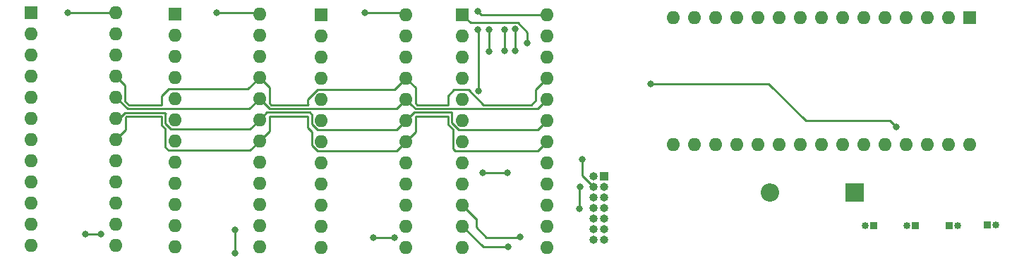
<source format=gbr>
%TF.GenerationSoftware,KiCad,Pcbnew,7.0.1-0*%
%TF.CreationDate,2023-12-21T15:42:21+00:00*%
%TF.ProjectId,orb,6f72622e-6b69-4636-9164-5f7063625858,rev?*%
%TF.SameCoordinates,Original*%
%TF.FileFunction,Copper,L1,Top*%
%TF.FilePolarity,Positive*%
%FSLAX46Y46*%
G04 Gerber Fmt 4.6, Leading zero omitted, Abs format (unit mm)*
G04 Created by KiCad (PCBNEW 7.0.1-0) date 2023-12-21 15:42:21*
%MOMM*%
%LPD*%
G01*
G04 APERTURE LIST*
%TA.AperFunction,ComponentPad*%
%ADD10R,2.200000X2.200000*%
%TD*%
%TA.AperFunction,ComponentPad*%
%ADD11O,2.200000X2.200000*%
%TD*%
%TA.AperFunction,ComponentPad*%
%ADD12R,1.600000X1.600000*%
%TD*%
%TA.AperFunction,ComponentPad*%
%ADD13O,1.600000X1.600000*%
%TD*%
%TA.AperFunction,ComponentPad*%
%ADD14R,0.850000X0.850000*%
%TD*%
%TA.AperFunction,ComponentPad*%
%ADD15O,0.850000X0.850000*%
%TD*%
%TA.AperFunction,ComponentPad*%
%ADD16R,1.000000X1.000000*%
%TD*%
%TA.AperFunction,ComponentPad*%
%ADD17O,1.000000X1.000000*%
%TD*%
%TA.AperFunction,ViaPad*%
%ADD18C,0.800000*%
%TD*%
%TA.AperFunction,Conductor*%
%ADD19C,0.250000*%
%TD*%
G04 APERTURE END LIST*
D10*
%TO.P,D1,1,K*%
%TO.N,Net-(D1-K)*%
X193710000Y-75640000D03*
D11*
%TO.P,D1,2,A*%
%TO.N,Net-(D1-A)*%
X183550000Y-75640000D03*
%TD*%
D12*
%TO.P,E35,1,A2*%
%TO.N,Net-(E12-A2)*%
X146660522Y-54306393D03*
D13*
%TO.P,E35,2,A1*%
%TO.N,Net-(E12-A1)*%
X146660522Y-56846393D03*
%TO.P,E35,3,A0*%
%TO.N,Net-(E12-A0)*%
X146660522Y-59386393D03*
%TO.P,E35,4,D0*%
%TO.N,Net-(E12-D0)*%
X146660522Y-61926393D03*
%TO.P,E35,5,D1*%
%TO.N,Net-(E12-D1)*%
X146660522Y-64466393D03*
%TO.P,E35,6,D2*%
%TO.N,Net-(E12-D2)*%
X146660522Y-67006393D03*
%TO.P,E35,7,D3*%
%TO.N,Net-(E12-D3)*%
X146660522Y-69546393D03*
%TO.P,E35,8,D4*%
%TO.N,Net-(E12-D4)*%
X146660522Y-72086393D03*
%TO.P,E35,9,D5*%
%TO.N,Net-(E12-D5)*%
X146660522Y-74626393D03*
%TO.P,E35,10,D6*%
%TO.N,Net-(E12-D6)*%
X146660522Y-77166393D03*
%TO.P,E35,11,D7*%
%TO.N,Net-(E12-D7)*%
X146660522Y-79706393D03*
%TO.P,E35,12,V_{CC}*%
%TO.N,unconnected-(E35-V_{CC}-Pad12)*%
X146660522Y-82246393D03*
%TO.P,E35,13,PROGRAM*%
%TO.N,unconnected-(E35-PROGRAM-Pad13)*%
X156820522Y-82246393D03*
%TO.P,E35,14,~{CS}*%
%TO.N,unconnected-(E35-~{CS}-Pad14)*%
X156820522Y-79706393D03*
%TO.P,E35,15,V_{BB}*%
%TO.N,unconnected-(E35-V_{BB}-Pad15)*%
X156820522Y-77166393D03*
%TO.P,E35,16,V_{GG}*%
%TO.N,unconnected-(E35-V_{GG}-Pad16)*%
X156820522Y-74626393D03*
%TO.P,E35,17,A7*%
%TO.N,Net-(E12-A7)*%
X156820522Y-72086393D03*
%TO.P,E35,18,A6*%
%TO.N,Net-(E12-A6)*%
X156820522Y-69546393D03*
%TO.P,E35,19,A5*%
%TO.N,Net-(E12-A5)*%
X156820522Y-67006393D03*
%TO.P,E35,20,A4*%
%TO.N,Net-(E12-A4)*%
X156820522Y-64466393D03*
%TO.P,E35,21,A3*%
%TO.N,Net-(E12-A3)*%
X156820522Y-61926393D03*
%TO.P,E35,22,V_{CC}*%
%TO.N,unconnected-(E35-V_{CC}-Pad22)*%
X156820522Y-59386393D03*
%TO.P,E35,23,V_{CC}*%
%TO.N,unconnected-(E35-V_{CC}-Pad23)*%
X156820522Y-56846393D03*
%TO.P,E35,24,V_{DO}*%
%TO.N,Net-(D1-A)*%
X156820522Y-54306393D03*
%TD*%
D12*
%TO.P,E6,1,A2*%
%TO.N,Net-(E12-A2)*%
X94900522Y-54056393D03*
D13*
%TO.P,E6,2,A1*%
%TO.N,Net-(E12-A1)*%
X94900522Y-56596393D03*
%TO.P,E6,3,A0*%
%TO.N,Net-(E12-A0)*%
X94900522Y-59136393D03*
%TO.P,E6,4,D0*%
%TO.N,Net-(E12-D0)*%
X94900522Y-61676393D03*
%TO.P,E6,5,D1*%
%TO.N,Net-(E12-D1)*%
X94900522Y-64216393D03*
%TO.P,E6,6,D2*%
%TO.N,Net-(E12-D2)*%
X94900522Y-66756393D03*
%TO.P,E6,7,D3*%
%TO.N,Net-(E12-D3)*%
X94900522Y-69296393D03*
%TO.P,E6,8,D4*%
%TO.N,Net-(E12-D4)*%
X94900522Y-71836393D03*
%TO.P,E6,9,D5*%
%TO.N,Net-(E12-D5)*%
X94900522Y-74376393D03*
%TO.P,E6,10,D6*%
%TO.N,Net-(E12-D6)*%
X94900522Y-76916393D03*
%TO.P,E6,11,D7*%
%TO.N,Net-(E12-D7)*%
X94900522Y-79456393D03*
%TO.P,E6,12,V_{CC}*%
%TO.N,unconnected-(E6-V_{CC}-Pad12)*%
X94900522Y-81996393D03*
%TO.P,E6,13,PROGRAM*%
%TO.N,unconnected-(E6-PROGRAM-Pad13)*%
X105060522Y-81996393D03*
%TO.P,E6,14,~{CS}*%
%TO.N,Net-(E6-~{CS})*%
X105060522Y-79456393D03*
%TO.P,E6,15,V_{BB}*%
%TO.N,unconnected-(E6-V_{BB}-Pad15)*%
X105060522Y-76916393D03*
%TO.P,E6,16,V_{GG}*%
%TO.N,unconnected-(E6-V_{GG}-Pad16)*%
X105060522Y-74376393D03*
%TO.P,E6,17,A7*%
%TO.N,Net-(E12-A7)*%
X105060522Y-71836393D03*
%TO.P,E6,18,A6*%
%TO.N,Net-(E12-A6)*%
X105060522Y-69296393D03*
%TO.P,E6,19,A5*%
%TO.N,Net-(E12-A5)*%
X105060522Y-66756393D03*
%TO.P,E6,20,A4*%
%TO.N,Net-(E12-A4)*%
X105060522Y-64216393D03*
%TO.P,E6,21,A3*%
%TO.N,Net-(E12-A3)*%
X105060522Y-61676393D03*
%TO.P,E6,22,V_{CC}*%
%TO.N,unconnected-(E6-V_{CC}-Pad22)*%
X105060522Y-59136393D03*
%TO.P,E6,23,V_{CC}*%
%TO.N,unconnected-(E6-V_{CC}-Pad23)*%
X105060522Y-56596393D03*
%TO.P,E6,24,V_{DO}*%
%TO.N,Net-(D1-A)*%
X105060522Y-54056393D03*
%TD*%
D12*
%TO.P,E20,1,A2*%
%TO.N,Net-(E12-A2)*%
X129730522Y-54296393D03*
D13*
%TO.P,E20,2,A1*%
%TO.N,Net-(E12-A1)*%
X129730522Y-56836393D03*
%TO.P,E20,3,A0*%
%TO.N,Net-(E12-A0)*%
X129730522Y-59376393D03*
%TO.P,E20,4,D0*%
%TO.N,Net-(E12-D0)*%
X129730522Y-61916393D03*
%TO.P,E20,5,D1*%
%TO.N,Net-(E12-D1)*%
X129730522Y-64456393D03*
%TO.P,E20,6,D2*%
%TO.N,Net-(E12-D2)*%
X129730522Y-66996393D03*
%TO.P,E20,7,D3*%
%TO.N,Net-(E12-D3)*%
X129730522Y-69536393D03*
%TO.P,E20,8,D4*%
%TO.N,Net-(E12-D4)*%
X129730522Y-72076393D03*
%TO.P,E20,9,D5*%
%TO.N,Net-(E12-D5)*%
X129730522Y-74616393D03*
%TO.P,E20,10,D6*%
%TO.N,Net-(E12-D6)*%
X129730522Y-77156393D03*
%TO.P,E20,11,D7*%
%TO.N,Net-(E12-D7)*%
X129730522Y-79696393D03*
%TO.P,E20,12,V_{CC}*%
%TO.N,unconnected-(E20-V_{CC}-Pad12)*%
X129730522Y-82236393D03*
%TO.P,E20,13,PROGRAM*%
%TO.N,unconnected-(E20-PROGRAM-Pad13)*%
X139890522Y-82236393D03*
%TO.P,E20,14,~{CS}*%
%TO.N,Net-(E20-~{CS})*%
X139890522Y-79696393D03*
%TO.P,E20,15,V_{BB}*%
%TO.N,unconnected-(E20-V_{BB}-Pad15)*%
X139890522Y-77156393D03*
%TO.P,E20,16,V_{GG}*%
%TO.N,unconnected-(E20-V_{GG}-Pad16)*%
X139890522Y-74616393D03*
%TO.P,E20,17,A7*%
%TO.N,Net-(E12-A7)*%
X139890522Y-72076393D03*
%TO.P,E20,18,A6*%
%TO.N,Net-(E12-A6)*%
X139890522Y-69536393D03*
%TO.P,E20,19,A5*%
%TO.N,Net-(E12-A5)*%
X139890522Y-66996393D03*
%TO.P,E20,20,A4*%
%TO.N,Net-(E12-A4)*%
X139890522Y-64456393D03*
%TO.P,E20,21,A3*%
%TO.N,Net-(E12-A3)*%
X139890522Y-61916393D03*
%TO.P,E20,22,V_{CC}*%
%TO.N,unconnected-(E20-V_{CC}-Pad22)*%
X139890522Y-59376393D03*
%TO.P,E20,23,V_{CC}*%
%TO.N,unconnected-(E20-V_{CC}-Pad23)*%
X139890522Y-56836393D03*
%TO.P,E20,24,V_{DO}*%
%TO.N,Net-(D1-A)*%
X139890522Y-54296393D03*
%TD*%
D14*
%TO.P,J1,1,Pin_1*%
%TO.N,Net-(J1-Pin_1)*%
X200990522Y-79606393D03*
D15*
%TO.P,J1,2,Pin_2*%
%TO.N,Net-(J1-Pin_2)*%
X199990522Y-79606393D03*
%TD*%
D14*
%TO.P,J2,1,Pin_1*%
%TO.N,Net-(J2-Pin_1)*%
X209660522Y-79596393D03*
D15*
%TO.P,J2,2,Pin_2*%
%TO.N,Net-(J2-Pin_2)*%
X210660522Y-79596393D03*
%TD*%
D12*
%TO.P,E12,1,A2*%
%TO.N,Net-(E12-A2)*%
X112150522Y-54216393D03*
D13*
%TO.P,E12,2,A1*%
%TO.N,Net-(E12-A1)*%
X112150522Y-56756393D03*
%TO.P,E12,3,A0*%
%TO.N,Net-(E12-A0)*%
X112150522Y-59296393D03*
%TO.P,E12,4,D0*%
%TO.N,Net-(E12-D0)*%
X112150522Y-61836393D03*
%TO.P,E12,5,D1*%
%TO.N,Net-(E12-D1)*%
X112150522Y-64376393D03*
%TO.P,E12,6,D2*%
%TO.N,Net-(E12-D2)*%
X112150522Y-66916393D03*
%TO.P,E12,7,D3*%
%TO.N,Net-(E12-D3)*%
X112150522Y-69456393D03*
%TO.P,E12,8,D4*%
%TO.N,Net-(E12-D4)*%
X112150522Y-71996393D03*
%TO.P,E12,9,D5*%
%TO.N,Net-(E12-D5)*%
X112150522Y-74536393D03*
%TO.P,E12,10,D6*%
%TO.N,Net-(E12-D6)*%
X112150522Y-77076393D03*
%TO.P,E12,11,D7*%
%TO.N,Net-(E12-D7)*%
X112150522Y-79616393D03*
%TO.P,E12,12,V_{CC}*%
%TO.N,unconnected-(E12-V_{CC}-Pad12)*%
X112150522Y-82156393D03*
%TO.P,E12,13,PROGRAM*%
%TO.N,unconnected-(E12-PROGRAM-Pad13)*%
X122310522Y-82156393D03*
%TO.P,E12,14,~{CS}*%
%TO.N,Net-(E12-~{CS})*%
X122310522Y-79616393D03*
%TO.P,E12,15,V_{BB}*%
%TO.N,unconnected-(E12-V_{BB}-Pad15)*%
X122310522Y-77076393D03*
%TO.P,E12,16,V_{GG}*%
%TO.N,unconnected-(E12-V_{GG}-Pad16)*%
X122310522Y-74536393D03*
%TO.P,E12,17,A7*%
%TO.N,Net-(E12-A7)*%
X122310522Y-71996393D03*
%TO.P,E12,18,A6*%
%TO.N,Net-(E12-A6)*%
X122310522Y-69456393D03*
%TO.P,E12,19,A5*%
%TO.N,Net-(E12-A5)*%
X122310522Y-66916393D03*
%TO.P,E12,20,A4*%
%TO.N,Net-(E12-A4)*%
X122310522Y-64376393D03*
%TO.P,E12,21,A3*%
%TO.N,Net-(E12-A3)*%
X122310522Y-61836393D03*
%TO.P,E12,22,V_{CC}*%
%TO.N,unconnected-(E12-V_{CC}-Pad22)*%
X122310522Y-59296393D03*
%TO.P,E12,23,V_{CC}*%
%TO.N,unconnected-(E12-V_{CC}-Pad23)*%
X122310522Y-56756393D03*
%TO.P,E12,24,V_{DO}*%
%TO.N,Net-(D1-A)*%
X122310522Y-54216393D03*
%TD*%
D14*
%TO.P,J4,1,Pin_1*%
%TO.N,Net-(D1-K)*%
X195990000Y-79650000D03*
D15*
%TO.P,J4,2,Pin_2*%
%TO.N,Net-(D1-A)*%
X194990000Y-79650000D03*
%TD*%
D16*
%TO.P,U3,1*%
%TO.N,Net-(E20-~{CS})*%
X163650522Y-73696393D03*
D17*
%TO.P,U3,2*%
%TO.N,Net-(E12-~{CS})*%
X162380522Y-73696393D03*
%TO.P,U3,3*%
%TO.N,Net-(U1-A7{slash}D21)*%
X163650522Y-74966393D03*
%TO.P,U3,4*%
%TO.N,Net-(U1-A6{slash}D20)*%
X162380522Y-74966393D03*
%TO.P,U3,5*%
%TO.N,Net-(U1-A7{slash}D21)*%
X163650522Y-76236393D03*
%TO.P,U3,6*%
%TO.N,Net-(E6-~{CS})*%
X162380522Y-76236393D03*
%TO.P,U3,7,VSS*%
%TO.N,Net-(J1-Pin_2)*%
X163650522Y-77506393D03*
%TO.P,U3,8*%
%TO.N,N/C*%
X162380522Y-77506393D03*
%TO.P,U3,9*%
X163650522Y-78776393D03*
%TO.P,U3,10*%
X162380522Y-78776393D03*
%TO.P,U3,11*%
X163650522Y-80046393D03*
%TO.P,U3,12*%
X162380522Y-80046393D03*
%TO.P,U3,13*%
X163650522Y-81316393D03*
%TO.P,U3,14,VDD*%
%TO.N,Net-(J1-Pin_1)*%
X162380522Y-81316393D03*
%TD*%
D12*
%TO.P,U1,1,D1/TX*%
%TO.N,Net-(J2-Pin_2)*%
X207520522Y-54626393D03*
D13*
%TO.P,U1,2,D0/RX*%
%TO.N,Net-(J2-Pin_1)*%
X204980522Y-54626393D03*
%TO.P,U1,3,~{RESET}*%
%TO.N,unconnected-(U1-~{RESET}-Pad3)*%
X202440522Y-54626393D03*
%TO.P,U1,4,GND*%
%TO.N,unconnected-(U1-GND-Pad4)*%
X199900522Y-54626393D03*
%TO.P,U1,5,D2*%
%TO.N,Net-(E12-A7)*%
X197360522Y-54626393D03*
%TO.P,U1,6,~D3*%
%TO.N,Net-(E12-A6)*%
X194820522Y-54626393D03*
%TO.P,U1,7,D4*%
%TO.N,Net-(E12-A5)*%
X192280522Y-54626393D03*
%TO.P,U1,8,~D5*%
%TO.N,Net-(E12-A4)*%
X189740522Y-54626393D03*
%TO.P,U1,9,~D6*%
%TO.N,Net-(E12-A3)*%
X187200522Y-54626393D03*
%TO.P,U1,10,D7*%
%TO.N,Net-(E12-A2)*%
X184660522Y-54626393D03*
%TO.P,U1,11,D8*%
%TO.N,Net-(E12-A1)*%
X182120522Y-54626393D03*
%TO.P,U1,12,~D9*%
%TO.N,Net-(E12-A0)*%
X179580522Y-54626393D03*
%TO.P,U1,13,~D10*%
%TO.N,Net-(E12-D0)*%
X177040522Y-54626393D03*
%TO.P,U1,14,~D11*%
%TO.N,Net-(E12-D1)*%
X174500522Y-54626393D03*
%TO.P,U1,15,D12*%
%TO.N,Net-(E12-D2)*%
X171960522Y-54626393D03*
%TO.P,U1,16,D13*%
%TO.N,Net-(E12-D3)*%
X171960522Y-69866393D03*
%TO.P,U1,17,3V3*%
%TO.N,unconnected-(U1-3V3-Pad17)*%
X174500522Y-69866393D03*
%TO.P,U1,18,AREF*%
%TO.N,unconnected-(U1-AREF-Pad18)*%
X177040522Y-69866393D03*
%TO.P,U1,19,A0/D14*%
%TO.N,Net-(E12-D4)*%
X179580522Y-69866393D03*
%TO.P,U1,20,A1/D15*%
%TO.N,Net-(E12-D5)*%
X182120522Y-69866393D03*
%TO.P,U1,21,A2/D16*%
%TO.N,Net-(E12-D6)*%
X184660522Y-69866393D03*
%TO.P,U1,22,A3/D17*%
%TO.N,Net-(E12-D7)*%
X187200522Y-69866393D03*
%TO.P,U1,23,A4/D18*%
%TO.N,Net-(J3-Pin_2)*%
X189740522Y-69866393D03*
%TO.P,U1,24,A5/D19*%
%TO.N,Net-(J3-Pin_1)*%
X192280522Y-69866393D03*
%TO.P,U1,25,A6/D20*%
%TO.N,Net-(U1-A6{slash}D20)*%
X194820522Y-69866393D03*
%TO.P,U1,26,A7/D21*%
%TO.N,Net-(U1-A7{slash}D21)*%
X197360522Y-69866393D03*
%TO.P,U1,27,+5V*%
%TO.N,unconnected-(U1-+5V-Pad27)*%
X199900522Y-69866393D03*
%TO.P,U1,28,~{RESET}*%
%TO.N,unconnected-(U1-~{RESET}-Pad28)*%
X202440522Y-69866393D03*
%TO.P,U1,29,GND*%
%TO.N,Net-(J1-Pin_2)*%
X204980522Y-69866393D03*
%TO.P,U1,30,VIN*%
%TO.N,Net-(J1-Pin_1)*%
X207520522Y-69866393D03*
%TD*%
D14*
%TO.P,J3,1,Pin_1*%
%TO.N,Net-(J3-Pin_1)*%
X205060522Y-79606393D03*
D15*
%TO.P,J3,2,Pin_2*%
%TO.N,Net-(J3-Pin_2)*%
X206060522Y-79606393D03*
%TD*%
D18*
%TO.N,Net-(U1-A6{slash}D20)*%
X161045022Y-71715893D03*
%TO.N,Net-(E12-A2)*%
X154450522Y-57676393D03*
%TO.N,Net-(E12-A0)*%
X152990522Y-55996393D03*
X152960522Y-58656393D03*
%TO.N,Net-(E12-D0)*%
X151710522Y-56086393D03*
X151700522Y-58686393D03*
%TO.N,Net-(E12-D1)*%
X149810522Y-58730893D03*
X149830522Y-56086393D03*
%TO.N,Net-(E12-D2)*%
X148557821Y-63509094D03*
X148490522Y-56106393D03*
%TO.N,Net-(E12-D6)*%
X153560522Y-81016393D03*
%TO.N,Net-(E12-D7)*%
X103280522Y-80676393D03*
X135955522Y-81111393D03*
X138465522Y-81111393D03*
X101416022Y-80676393D03*
X152100522Y-82216393D03*
%TO.N,Net-(E12-A7)*%
X149050522Y-73306393D03*
X152010522Y-73306393D03*
%TO.N,Net-(D1-A)*%
X198670000Y-67780000D03*
X169260000Y-62600000D03*
X99320522Y-54056393D03*
X134960522Y-54086393D03*
X117160522Y-54106393D03*
X148520522Y-53916393D03*
%TO.N,Net-(E12-~{CS})*%
X160735022Y-74945022D03*
X119350522Y-82976393D03*
X119350522Y-80166393D03*
X160715022Y-77590000D03*
%TD*%
D19*
%TO.N,Net-(U1-A6{slash}D20)*%
X161045022Y-71715893D02*
X161045022Y-73630893D01*
X161045022Y-73630893D02*
X162380522Y-74966393D01*
%TO.N,Net-(E12-A2)*%
X154450522Y-57676393D02*
X154450522Y-56431088D01*
X153285827Y-55266393D02*
X147620522Y-55266393D01*
X154450522Y-56431088D02*
X153285827Y-55266393D01*
X147620522Y-55266393D02*
X146660522Y-54306393D01*
%TO.N,Net-(E12-A0)*%
X152990522Y-55996393D02*
X152990522Y-58626393D01*
%TO.N,Net-(E12-D0)*%
X151700522Y-58686393D02*
X151700522Y-56096393D01*
%TO.N,Net-(E12-D1)*%
X149810522Y-56106393D02*
X149830522Y-56086393D01*
X149810522Y-58730893D02*
X149810522Y-56106393D01*
%TO.N,Net-(E12-D2)*%
X148557821Y-63509094D02*
X148557821Y-56173692D01*
X148557821Y-56173692D02*
X148490522Y-56106393D01*
%TO.N,Net-(E12-D6)*%
X149530522Y-81046393D02*
X153530522Y-81046393D01*
X146660522Y-77166393D02*
X148270522Y-78776393D01*
X148310522Y-79826393D02*
X149530522Y-81046393D01*
X148310522Y-78776393D02*
X148310522Y-79826393D01*
X148270522Y-78776393D02*
X148310522Y-78776393D01*
X153530522Y-81046393D02*
X153560522Y-81016393D01*
%TO.N,Net-(E12-D7)*%
X149170522Y-82216393D02*
X146660522Y-79706393D01*
X103280522Y-80676393D02*
X101416022Y-80676393D01*
X152100522Y-82216393D02*
X149170522Y-82216393D01*
X138465522Y-81111393D02*
X135955522Y-81111393D01*
%TO.N,Net-(E12-A7)*%
X152010522Y-73306393D02*
X149050522Y-73306393D01*
%TO.N,Net-(E12-A6)*%
X111390522Y-70581393D02*
X121185522Y-70581393D01*
X122310522Y-69456393D02*
X123510522Y-68256393D01*
X144935522Y-66511393D02*
X144935522Y-67508780D01*
X111025522Y-68018780D02*
X111025522Y-70216393D01*
X145535522Y-68108779D02*
X145511829Y-68085086D01*
X106250522Y-68106393D02*
X106250522Y-66622789D01*
X110575522Y-67568780D02*
X111025522Y-68018780D01*
X123510522Y-66521393D02*
X123550522Y-66481393D01*
X156820522Y-69546393D02*
X155695522Y-70671393D01*
X141054531Y-66491393D02*
X144915522Y-66491393D01*
X105060522Y-69296393D02*
X106250522Y-68106393D01*
X128605522Y-70002384D02*
X129264531Y-70661393D01*
X145535522Y-70396393D02*
X145535522Y-68108779D01*
X128605522Y-68371394D02*
X128605522Y-70002384D01*
X128129126Y-67894997D02*
X128235522Y-68001393D01*
X128235522Y-68001393D02*
X128155522Y-67921394D01*
X129264531Y-70661393D02*
X129890522Y-70661393D01*
X106250522Y-66622789D02*
X106356918Y-66516393D01*
X106356918Y-66516393D02*
X110575522Y-66516393D01*
X121185522Y-70581393D02*
X122310522Y-69456393D01*
X110575522Y-66516393D02*
X110575522Y-67568780D01*
X138765522Y-70661393D02*
X129890522Y-70661393D01*
X123550522Y-66481393D02*
X128129126Y-66481393D01*
X111025522Y-70216393D02*
X111390522Y-70581393D01*
X141015522Y-68411393D02*
X141015522Y-66530402D01*
X144915522Y-66491393D02*
X144935522Y-66511393D01*
X141015522Y-66530402D02*
X141054531Y-66491393D01*
X139890522Y-69536393D02*
X141015522Y-68411393D01*
X155695522Y-70671393D02*
X145810522Y-70671393D01*
X128605522Y-68371394D02*
X128235522Y-68001393D01*
X144935522Y-67508780D02*
X145511829Y-68085086D01*
X128129126Y-66481393D02*
X128129126Y-67894997D01*
X123510522Y-68256393D02*
X123510522Y-66521393D01*
X139890522Y-69536393D02*
X138765522Y-70661393D01*
X145810522Y-70671393D02*
X145535522Y-70396393D01*
%TO.N,Net-(E12-A5)*%
X139890522Y-66996393D02*
X139265522Y-67621393D01*
X128605522Y-67462384D02*
X129264531Y-68121393D01*
X122310522Y-66916393D02*
X123195522Y-66031393D01*
X139890522Y-66996393D02*
X140845522Y-66041393D01*
X140845522Y-66041393D02*
X145385522Y-66041393D01*
X105480522Y-66756393D02*
X105060522Y-66756393D01*
X138765522Y-68121393D02*
X139265522Y-67621393D01*
X111030522Y-66196393D02*
X110900522Y-66066393D01*
X122310522Y-66916393D02*
X121185522Y-68041393D01*
X155695522Y-68131393D02*
X156070522Y-67756393D01*
X110900522Y-66066393D02*
X106170522Y-66066393D01*
X128315522Y-66031393D02*
X128605522Y-66321393D01*
X106170522Y-66066393D02*
X105480522Y-66756393D01*
X111684531Y-68041393D02*
X111025522Y-67382384D01*
X156820522Y-67006393D02*
X156070522Y-67756393D01*
X123195522Y-66031393D02*
X128315522Y-66031393D01*
X145385522Y-67322384D02*
X146194531Y-68131393D01*
X121185522Y-68041393D02*
X111684531Y-68041393D01*
X146194531Y-68131393D02*
X155695522Y-68131393D01*
X111025522Y-67382384D02*
X111025522Y-66201393D01*
X111025522Y-66201393D02*
X111030522Y-66196393D01*
X128605522Y-66321393D02*
X128605522Y-67462384D01*
X145385522Y-66041393D02*
X145385522Y-67322384D01*
X129264531Y-68121393D02*
X138765522Y-68121393D01*
%TO.N,Net-(E12-A4)*%
X121070522Y-65616393D02*
X106460522Y-65616393D01*
X139890522Y-64456393D02*
X140560522Y-65126393D01*
X156820522Y-64466393D02*
X155695522Y-65591393D01*
X122310522Y-64376393D02*
X121070522Y-65616393D01*
X106460522Y-65616393D02*
X105060522Y-64216393D01*
X141025522Y-65591393D02*
X140560522Y-65126393D01*
X139890522Y-64456393D02*
X138765522Y-65581393D01*
X123515522Y-65581393D02*
X123200522Y-65266393D01*
X122310522Y-64376393D02*
X123200522Y-65266393D01*
X155695522Y-65591393D02*
X141025522Y-65591393D01*
X138765522Y-65581393D02*
X123515522Y-65581393D01*
%TO.N,Net-(E12-A3)*%
X155455522Y-63291393D02*
X155455522Y-64591393D01*
X123515522Y-64931393D02*
X123715522Y-65131393D01*
X154905522Y-65141393D02*
X149165522Y-65141393D01*
X111399328Y-63251393D02*
X120895522Y-63251393D01*
X141025522Y-63051393D02*
X139890522Y-61916393D01*
X120895522Y-63251393D02*
X122310522Y-61836393D01*
X147365522Y-63341393D02*
X145645522Y-63341393D01*
X149165522Y-65141393D02*
X147365522Y-63341393D01*
X122310522Y-61836393D02*
X123515522Y-63041393D01*
X110550522Y-65166393D02*
X110550522Y-64100199D01*
X129289531Y-63306393D02*
X138500522Y-63306393D01*
X144924215Y-65141393D02*
X141245522Y-65141393D01*
X105060522Y-61676393D02*
X106185522Y-62801393D01*
X106185522Y-62801393D02*
X106185522Y-64704997D01*
X128110522Y-64485402D02*
X129289531Y-63306393D01*
X141245522Y-65141393D02*
X141025522Y-64921393D01*
X144950522Y-64036393D02*
X144950522Y-65115086D01*
X144950522Y-65115086D02*
X144924215Y-65141393D01*
X110550522Y-64100199D02*
X111399328Y-63251393D01*
X106185522Y-64704997D02*
X106646918Y-65166393D01*
X155455522Y-64591393D02*
X154905522Y-65141393D01*
X106646918Y-65166393D02*
X110550522Y-65166393D01*
X128135522Y-65098195D02*
X128110522Y-65073195D01*
X156820522Y-61926393D02*
X155455522Y-63291393D01*
X128135522Y-65106393D02*
X128135522Y-65098195D01*
X141025522Y-64921393D02*
X141025522Y-63051393D01*
X128110522Y-65073195D02*
X128110522Y-64485402D01*
X123515522Y-63041393D02*
X123515522Y-64931393D01*
X123715522Y-65131393D02*
X128110522Y-65131393D01*
X128110522Y-65131393D02*
X128135522Y-65106393D01*
X145645522Y-63341393D02*
X144950522Y-64036393D01*
X138500522Y-63306393D02*
X139890522Y-61916393D01*
%TO.N,Net-(D1-A)*%
X183400000Y-62600000D02*
X187860000Y-67060000D01*
X148910522Y-54306393D02*
X148520522Y-53916393D01*
X134960522Y-54086393D02*
X139680522Y-54086393D01*
X187860000Y-67060000D02*
X197950000Y-67060000D01*
X169260000Y-62600000D02*
X183400000Y-62600000D01*
X122200522Y-54106393D02*
X122310522Y-54216393D01*
X156820522Y-54306393D02*
X149540522Y-54306393D01*
X197950000Y-67060000D02*
X198670000Y-67780000D01*
X139680522Y-54086393D02*
X139890522Y-54296393D01*
X149540522Y-54306393D02*
X148910522Y-54306393D01*
X99320522Y-54056393D02*
X105060522Y-54056393D01*
X117160522Y-54106393D02*
X122200522Y-54106393D01*
%TO.N,Net-(E12-~{CS})*%
X119350522Y-82976393D02*
X119350522Y-80166393D01*
X160715022Y-74945022D02*
X160735022Y-74945022D01*
X160715022Y-77590000D02*
X160715022Y-74945022D01*
%TD*%
M02*

</source>
